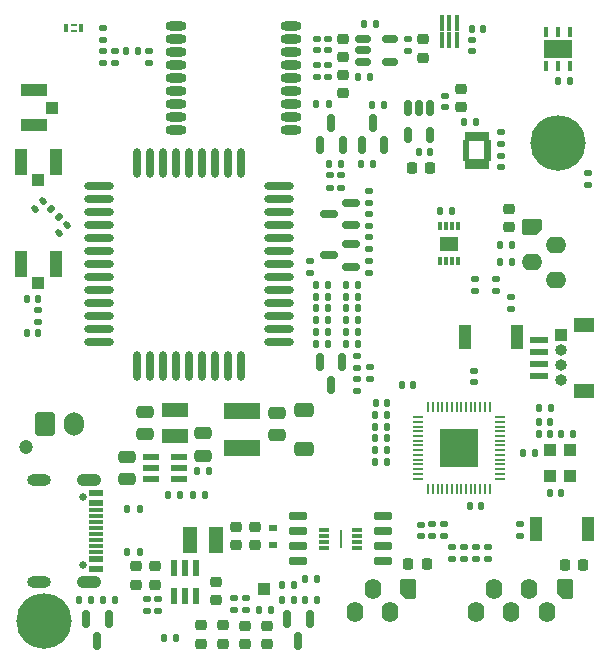
<source format=gbr>
%TF.GenerationSoftware,KiCad,Pcbnew,6.0.11+dfsg-1*%
%TF.CreationDate,2023-11-18T19:22:11+05:30*%
%TF.ProjectId,c3rl-at-cr-beta-2,6333726c-2d61-4742-9d63-722d62657461,rev?*%
%TF.SameCoordinates,Original*%
%TF.FileFunction,Soldermask,Top*%
%TF.FilePolarity,Negative*%
%FSLAX46Y46*%
G04 Gerber Fmt 4.6, Leading zero omitted, Abs format (unit mm)*
G04 Created by KiCad (PCBNEW 6.0.11+dfsg-1) date 2023-11-18 19:22:11*
%MOMM*%
%LPD*%
G01*
G04 APERTURE LIST*
G04 Aperture macros list*
%AMRoundRect*
0 Rectangle with rounded corners*
0 $1 Rounding radius*
0 $2 $3 $4 $5 $6 $7 $8 $9 X,Y pos of 4 corners*
0 Add a 4 corners polygon primitive as box body*
4,1,4,$2,$3,$4,$5,$6,$7,$8,$9,$2,$3,0*
0 Add four circle primitives for the rounded corners*
1,1,$1+$1,$2,$3*
1,1,$1+$1,$4,$5*
1,1,$1+$1,$6,$7*
1,1,$1+$1,$8,$9*
0 Add four rect primitives between the rounded corners*
20,1,$1+$1,$2,$3,$4,$5,0*
20,1,$1+$1,$4,$5,$6,$7,0*
20,1,$1+$1,$6,$7,$8,$9,0*
20,1,$1+$1,$8,$9,$2,$3,0*%
%AMFreePoly0*
4,1,22,0.145671,0.855970,0.226777,0.801777,0.626777,0.401777,0.680970,0.320671,0.700000,0.225000,0.700000,-0.625000,0.680970,-0.720671,0.626777,-0.801777,0.545671,-0.855970,0.450000,-0.875000,-0.450000,-0.875000,-0.545671,-0.855970,-0.626777,-0.801777,-0.680970,-0.720671,-0.700000,-0.625000,-0.700000,0.625000,-0.680970,0.720671,-0.626777,0.801777,-0.545671,0.855970,-0.450000,0.875000,
0.050000,0.875000,0.145671,0.855970,0.145671,0.855970,$1*%
G04 Aperture macros list end*
%ADD10C,0.010000*%
%ADD11RoundRect,0.135000X-0.185000X0.135000X-0.185000X-0.135000X0.185000X-0.135000X0.185000X0.135000X0*%
%ADD12R,0.406400X0.812800*%
%ADD13R,2.489200X1.600200*%
%ADD14RoundRect,0.140000X-0.170000X0.140000X-0.170000X-0.140000X0.170000X-0.140000X0.170000X0.140000X0*%
%ADD15RoundRect,0.135000X0.135000X0.185000X-0.135000X0.185000X-0.135000X-0.185000X0.135000X-0.185000X0*%
%ADD16R,1.000000X2.000000*%
%ADD17RoundRect,0.150000X0.587500X0.150000X-0.587500X0.150000X-0.587500X-0.150000X0.587500X-0.150000X0*%
%ADD18RoundRect,0.135000X-0.135000X-0.185000X0.135000X-0.185000X0.135000X0.185000X-0.135000X0.185000X0*%
%ADD19RoundRect,0.225000X0.225000X0.250000X-0.225000X0.250000X-0.225000X-0.250000X0.225000X-0.250000X0*%
%ADD20FreePoly0,270.000000*%
%ADD21O,1.750000X1.400000*%
%ADD22RoundRect,0.225000X0.250000X-0.225000X0.250000X0.225000X-0.250000X0.225000X-0.250000X-0.225000X0*%
%ADD23RoundRect,0.150000X-0.512500X-0.150000X0.512500X-0.150000X0.512500X0.150000X-0.512500X0.150000X0*%
%ADD24RoundRect,0.140000X0.170000X-0.140000X0.170000X0.140000X-0.170000X0.140000X-0.170000X-0.140000X0*%
%ADD25RoundRect,0.140000X-0.140000X-0.170000X0.140000X-0.170000X0.140000X0.170000X-0.140000X0.170000X0*%
%ADD26RoundRect,0.218750X0.256250X-0.218750X0.256250X0.218750X-0.256250X0.218750X-0.256250X-0.218750X0*%
%ADD27RoundRect,0.225000X-0.225000X-0.250000X0.225000X-0.250000X0.225000X0.250000X-0.225000X0.250000X0*%
%ADD28RoundRect,0.140000X0.140000X0.170000X-0.140000X0.170000X-0.140000X-0.170000X0.140000X-0.170000X0*%
%ADD29R,0.700000X0.600000*%
%ADD30R,3.020000X1.340000*%
%ADD31RoundRect,0.150000X-0.150000X0.587500X-0.150000X-0.587500X0.150000X-0.587500X0.150000X0.587500X0*%
%ADD32RoundRect,0.025600X0.134400X-0.594400X0.134400X0.594400X-0.134400X0.594400X-0.134400X-0.594400X0*%
%ADD33R,2.200000X1.200000*%
%ADD34RoundRect,0.135000X0.185000X-0.135000X0.185000X0.135000X-0.185000X0.135000X-0.185000X-0.135000X0*%
%ADD35C,4.700000*%
%ADD36FreePoly0,180.000000*%
%ADD37O,1.400000X1.750000*%
%ADD38R,1.100000X2.250000*%
%ADD39R,1.050000X1.100000*%
%ADD40RoundRect,0.147500X-0.172500X0.147500X-0.172500X-0.147500X0.172500X-0.147500X0.172500X0.147500X0*%
%ADD41R,0.350000X0.800000*%
%ADD42R,0.600000X0.260000*%
%ADD43C,0.650000*%
%ADD44R,1.150000X0.600000*%
%ADD45R,1.150000X0.300000*%
%ADD46O,2.100000X1.050000*%
%ADD47O,2.000000X1.000000*%
%ADD48RoundRect,0.250000X-0.475000X0.250000X-0.475000X-0.250000X0.475000X-0.250000X0.475000X0.250000X0*%
%ADD49RoundRect,0.140000X0.021213X-0.219203X0.219203X-0.021213X-0.021213X0.219203X-0.219203X0.021213X0*%
%ADD50R,0.200000X0.850000*%
%ADD51R,0.850000X0.200000*%
%ADD52R,3.200000X3.200000*%
%ADD53RoundRect,0.228000X-0.587000X0.342000X-0.587000X-0.342000X0.587000X-0.342000X0.587000X0.342000X0*%
%ADD54RoundRect,0.150000X0.650000X0.150000X-0.650000X0.150000X-0.650000X-0.150000X0.650000X-0.150000X0*%
%ADD55R,1.000000X1.000000*%
%ADD56R,0.980000X1.100000*%
%ADD57O,1.800000X0.800000*%
%ADD58RoundRect,0.225000X-0.250000X0.225000X-0.250000X-0.225000X0.250000X-0.225000X0.250000X0.225000X0*%
%ADD59R,0.300000X0.750000*%
%ADD60R,1.500000X1.300000*%
%ADD61R,0.900000X0.300000*%
%ADD62R,0.250000X1.650000*%
%ADD63RoundRect,0.147500X0.147500X0.172500X-0.147500X0.172500X-0.147500X-0.172500X0.147500X-0.172500X0*%
%ADD64RoundRect,0.147500X-0.226274X-0.017678X-0.017678X-0.226274X0.226274X0.017678X0.017678X0.226274X0*%
%ADD65RoundRect,0.150000X0.150000X-0.587500X0.150000X0.587500X-0.150000X0.587500X-0.150000X-0.587500X0*%
%ADD66O,2.500000X0.700000*%
%ADD67O,0.700000X2.500000*%
%ADD68R,2.250000X1.100000*%
%ADD69R,1.100000X1.050000*%
%ADD70R,0.590000X1.340000*%
%ADD71O,1.000000X1.000000*%
%ADD72R,1.340000X0.590000*%
%ADD73R,1.200000X2.200000*%
%ADD74R,1.550000X0.600000*%
%ADD75R,1.800000X1.200000*%
%ADD76C,1.200000*%
%ADD77RoundRect,0.250000X-0.600000X-0.750000X0.600000X-0.750000X0.600000X0.750000X-0.600000X0.750000X0*%
%ADD78O,1.700000X2.000000*%
%ADD79RoundRect,0.150000X-0.150000X0.512500X-0.150000X-0.512500X0.150000X-0.512500X0.150000X0.512500X0*%
G04 APERTURE END LIST*
%TO.C,U3*%
G36*
X90775000Y-84762500D02*
G01*
X90325000Y-84762500D01*
X90325000Y-84052500D01*
X90775000Y-84052500D01*
X90775000Y-84762500D01*
G37*
D10*
X90775000Y-84762500D02*
X90325000Y-84762500D01*
X90325000Y-84052500D01*
X90775000Y-84052500D01*
X90775000Y-84762500D01*
G36*
X91940000Y-86422500D02*
G01*
X91490000Y-86422500D01*
X91490000Y-85712500D01*
X91940000Y-85712500D01*
X91940000Y-86422500D01*
G37*
X91940000Y-86422500D02*
X91490000Y-86422500D01*
X91490000Y-85712500D01*
X91940000Y-85712500D01*
X91940000Y-86422500D01*
G36*
X90110000Y-86422500D02*
G01*
X89660000Y-86422500D01*
X89660000Y-85712500D01*
X90110000Y-85712500D01*
X90110000Y-86422500D01*
G37*
X90110000Y-86422500D02*
X89660000Y-86422500D01*
X89660000Y-85712500D01*
X90110000Y-85712500D01*
X90110000Y-86422500D01*
G36*
X90110000Y-85422500D02*
G01*
X89660000Y-85422500D01*
X89660000Y-84712500D01*
X90110000Y-84712500D01*
X90110000Y-85422500D01*
G37*
X90110000Y-85422500D02*
X89660000Y-85422500D01*
X89660000Y-84712500D01*
X90110000Y-84712500D01*
X90110000Y-85422500D01*
G36*
X91940000Y-85422500D02*
G01*
X91490000Y-85422500D01*
X91490000Y-84712500D01*
X91940000Y-84712500D01*
X91940000Y-85422500D01*
G37*
X91940000Y-85422500D02*
X91490000Y-85422500D01*
X91490000Y-84712500D01*
X91940000Y-84712500D01*
X91940000Y-85422500D01*
G36*
X91275000Y-87082500D02*
G01*
X90825000Y-87082500D01*
X90825000Y-86372500D01*
X91275000Y-86372500D01*
X91275000Y-87082500D01*
G37*
X91275000Y-87082500D02*
X90825000Y-87082500D01*
X90825000Y-86372500D01*
X91275000Y-86372500D01*
X91275000Y-87082500D01*
G36*
X90110000Y-85922500D02*
G01*
X89660000Y-85922500D01*
X89660000Y-85212500D01*
X90110000Y-85212500D01*
X90110000Y-85922500D01*
G37*
X90110000Y-85922500D02*
X89660000Y-85922500D01*
X89660000Y-85212500D01*
X90110000Y-85212500D01*
X90110000Y-85922500D01*
G36*
X90775000Y-87082500D02*
G01*
X90325000Y-87082500D01*
X90325000Y-86372500D01*
X90775000Y-86372500D01*
X90775000Y-87082500D01*
G37*
X90775000Y-87082500D02*
X90325000Y-87082500D01*
X90325000Y-86372500D01*
X90775000Y-86372500D01*
X90775000Y-87082500D01*
G36*
X91775000Y-87082500D02*
G01*
X91325000Y-87082500D01*
X91325000Y-86372500D01*
X91775000Y-86372500D01*
X91775000Y-87082500D01*
G37*
X91775000Y-87082500D02*
X91325000Y-87082500D01*
X91325000Y-86372500D01*
X91775000Y-86372500D01*
X91775000Y-87082500D01*
G36*
X91275000Y-84762500D02*
G01*
X90825000Y-84762500D01*
X90825000Y-84052500D01*
X91275000Y-84052500D01*
X91275000Y-84762500D01*
G37*
X91275000Y-84762500D02*
X90825000Y-84762500D01*
X90825000Y-84052500D01*
X91275000Y-84052500D01*
X91275000Y-84762500D01*
G36*
X91775000Y-84762500D02*
G01*
X91325000Y-84762500D01*
X91325000Y-84052500D01*
X91775000Y-84052500D01*
X91775000Y-84762500D01*
G37*
X91775000Y-84762500D02*
X91325000Y-84762500D01*
X91325000Y-84052500D01*
X91775000Y-84052500D01*
X91775000Y-84762500D01*
G36*
X90275000Y-84762500D02*
G01*
X89825000Y-84762500D01*
X89825000Y-84052500D01*
X90275000Y-84052500D01*
X90275000Y-84762500D01*
G37*
X90275000Y-84762500D02*
X89825000Y-84762500D01*
X89825000Y-84052500D01*
X90275000Y-84052500D01*
X90275000Y-84762500D01*
G36*
X90275000Y-87082500D02*
G01*
X89825000Y-87082500D01*
X89825000Y-86372500D01*
X90275000Y-86372500D01*
X90275000Y-87082500D01*
G37*
X90275000Y-87082500D02*
X89825000Y-87082500D01*
X89825000Y-86372500D01*
X90275000Y-86372500D01*
X90275000Y-87082500D01*
G36*
X91940000Y-85922500D02*
G01*
X91490000Y-85922500D01*
X91490000Y-85212500D01*
X91940000Y-85212500D01*
X91940000Y-85922500D01*
G37*
X91940000Y-85922500D02*
X91490000Y-85922500D01*
X91490000Y-85212500D01*
X91940000Y-85212500D01*
X91940000Y-85922500D01*
%TD*%
D11*
%TO.C,R1*%
X94500000Y-117240000D03*
X94500000Y-118260000D03*
%TD*%
D12*
%TO.C,U2*%
X96749999Y-78447800D03*
X97750000Y-78447800D03*
X98750001Y-78447800D03*
X98750001Y-75552200D03*
X97750000Y-75552200D03*
X96749999Y-75552200D03*
D13*
X97750000Y-77000000D03*
%TD*%
D14*
%TO.C,C16*%
X86100000Y-117320000D03*
X86100000Y-118280000D03*
%TD*%
D15*
%TO.C,R30*%
X67820000Y-114800000D03*
X66800000Y-114800000D03*
%TD*%
%TO.C,R27*%
X80810000Y-99000497D03*
X79790000Y-99000497D03*
%TD*%
D16*
%TO.C,SW2*%
X94300000Y-101400000D03*
X89900000Y-101400000D03*
%TD*%
D17*
%TO.C,Q11*%
X80187500Y-91950000D03*
X80187500Y-90050000D03*
X78312500Y-91000000D03*
%TD*%
D15*
%TO.C,R45*%
X93820000Y-93600000D03*
X92800000Y-93600000D03*
%TD*%
D18*
%TO.C,R61*%
X78365000Y-86750000D03*
X79385000Y-86750000D03*
%TD*%
D19*
%TO.C,C42*%
X86625000Y-120650000D03*
X85075000Y-120650000D03*
%TD*%
D20*
%TO.C,J5*%
X95550000Y-92100000D03*
D21*
X97550000Y-93600000D03*
X95550000Y-95100000D03*
X97550000Y-96600000D03*
%TD*%
D15*
%TO.C,R25*%
X80820000Y-100000497D03*
X79800000Y-100000497D03*
%TD*%
D22*
%TO.C,C21*%
X62000000Y-122375000D03*
X62000000Y-120825000D03*
%TD*%
D18*
%TO.C,R48*%
X64380000Y-126900000D03*
X65400000Y-126900000D03*
%TD*%
D23*
%TO.C,U9*%
X81262500Y-76200000D03*
X81262500Y-77150000D03*
X81262500Y-78100000D03*
X83537500Y-78100000D03*
X83537500Y-76200000D03*
%TD*%
D24*
%TO.C,C46*%
X78300000Y-77130000D03*
X78300000Y-76170000D03*
%TD*%
D18*
%TO.C,R17*%
X67140000Y-112800000D03*
X68160000Y-112800000D03*
%TD*%
D25*
%TO.C,C20*%
X96100000Y-109600000D03*
X97060000Y-109600000D03*
%TD*%
D26*
%TO.C,D3*%
X67500000Y-127387500D03*
X67500000Y-125812500D03*
%TD*%
D24*
%TO.C,C27*%
X60200000Y-78180000D03*
X60200000Y-77220000D03*
%TD*%
D11*
%TO.C,R72*%
X81800000Y-103990000D03*
X81800000Y-105010000D03*
%TD*%
D24*
%TO.C,C2*%
X90450000Y-77235000D03*
X90450000Y-76275000D03*
%TD*%
D27*
%TO.C,C48*%
X85350000Y-87072500D03*
X86900000Y-87072500D03*
%TD*%
D11*
%TO.C,R15*%
X62900000Y-123590000D03*
X62900000Y-124610000D03*
%TD*%
%TO.C,R52*%
X70300000Y-123490000D03*
X70300000Y-124510000D03*
%TD*%
D28*
%TO.C,C25*%
X53752350Y-101095000D03*
X52792350Y-101095000D03*
%TD*%
D15*
%TO.C,R47*%
X73410000Y-124500000D03*
X72390000Y-124500000D03*
%TD*%
%TO.C,R42*%
X58210000Y-123700000D03*
X57190000Y-123700000D03*
%TD*%
D29*
%TO.C,D5*%
X73600000Y-119000000D03*
X73600000Y-117600000D03*
%TD*%
D30*
%TO.C,C24*%
X71000000Y-107710000D03*
X71000000Y-110790000D03*
%TD*%
D31*
%TO.C,Q4*%
X76700000Y-125312500D03*
X74800000Y-125312500D03*
X75750000Y-127187500D03*
%TD*%
D25*
%TO.C,C17*%
X90270000Y-115750000D03*
X91230000Y-115750000D03*
%TD*%
D15*
%TO.C,R32*%
X80810000Y-97000000D03*
X79790000Y-97000000D03*
%TD*%
D32*
%TO.C,U1*%
X87900000Y-76300000D03*
X88550000Y-76300000D03*
X89200000Y-76300000D03*
X89200000Y-74810000D03*
X88550000Y-74810000D03*
X87900000Y-74810000D03*
%TD*%
D28*
%TO.C,C14*%
X83230000Y-111000000D03*
X82270000Y-111000000D03*
%TD*%
D11*
%TO.C,R51*%
X81750000Y-91035000D03*
X81750000Y-92055000D03*
%TD*%
D33*
%TO.C,L1*%
X65300000Y-109800000D03*
X65300000Y-107600000D03*
%TD*%
D15*
%TO.C,R69*%
X80835000Y-101000000D03*
X79815000Y-101000000D03*
%TD*%
D34*
%TO.C,R49*%
X59190000Y-76270000D03*
X59190000Y-75250000D03*
%TD*%
D11*
%TO.C,R50*%
X71300000Y-123490000D03*
X71300000Y-124510000D03*
%TD*%
D24*
%TO.C,C52*%
X77300000Y-79380000D03*
X77300000Y-78420000D03*
%TD*%
D35*
%TO.C,REF\u002A\u002A*%
X54250000Y-125500000D03*
%TD*%
D34*
%TO.C,R73*%
X81750000Y-90055000D03*
X81750000Y-89035000D03*
%TD*%
D31*
%TO.C,Q5*%
X59700000Y-125312500D03*
X57800000Y-125312500D03*
X58750000Y-127187500D03*
%TD*%
%TO.C,Q1*%
X79450000Y-103562500D03*
X77550000Y-103562500D03*
X78500000Y-105437500D03*
%TD*%
D15*
%TO.C,R36*%
X80815000Y-97995994D03*
X79795000Y-97995994D03*
%TD*%
D18*
%TO.C,R65*%
X77290000Y-81700000D03*
X78310000Y-81700000D03*
%TD*%
D28*
%TO.C,C47*%
X86900000Y-85772500D03*
X85940000Y-85772500D03*
%TD*%
D36*
%TO.C,J10*%
X85050000Y-122725000D03*
D37*
X83550000Y-124725000D03*
X82050000Y-122725000D03*
X80550000Y-124725000D03*
%TD*%
D34*
%TO.C,R34*%
X90750000Y-97510000D03*
X90750000Y-96490000D03*
%TD*%
D38*
%TO.C,J2*%
X52275000Y-95250000D03*
X55225000Y-95250000D03*
D39*
X53750000Y-96800000D03*
%TD*%
D15*
%TO.C,R33*%
X78250000Y-97000000D03*
X77230000Y-97000000D03*
%TD*%
D11*
%TO.C,R35*%
X59190000Y-77220000D03*
X59190000Y-78240000D03*
%TD*%
D34*
%TO.C,R54*%
X79400000Y-88760000D03*
X79400000Y-87740000D03*
%TD*%
D40*
%TO.C,L2*%
X53752350Y-99150000D03*
X53752350Y-100120000D03*
%TD*%
D35*
%TO.C,REF\u002A\u002A*%
X97750000Y-85000000D03*
%TD*%
D19*
%TO.C,C19*%
X99875000Y-120750000D03*
X98325000Y-120750000D03*
%TD*%
D41*
%TO.C,ANT1*%
X56125000Y-75250000D03*
X57375000Y-75250000D03*
D42*
X56750000Y-75015000D03*
X56750000Y-75485000D03*
%TD*%
D11*
%TO.C,R7*%
X90800000Y-119215000D03*
X90800000Y-120235000D03*
%TD*%
D15*
%TO.C,R70*%
X78260000Y-101000000D03*
X77240000Y-101000000D03*
%TD*%
D28*
%TO.C,C8*%
X83250000Y-107000000D03*
X82290000Y-107000000D03*
%TD*%
D15*
%TO.C,R39*%
X62310000Y-119575000D03*
X61290000Y-119575000D03*
%TD*%
D43*
%TO.C,J1*%
X57515000Y-114947500D03*
X57515000Y-120727500D03*
D44*
X58590000Y-114637500D03*
X58590000Y-115437500D03*
D45*
X58590000Y-116587500D03*
X58590000Y-117587500D03*
X58590000Y-118087500D03*
X58590000Y-119087500D03*
D44*
X58590000Y-121037500D03*
X58590000Y-120237500D03*
D45*
X58590000Y-119587500D03*
X58590000Y-118587500D03*
X58590000Y-117087500D03*
X58590000Y-116087500D03*
D46*
X58015000Y-113517500D03*
D47*
X53835000Y-113517500D03*
X53835000Y-122157500D03*
D46*
X58015000Y-122157500D03*
%TD*%
D34*
%TO.C,R64*%
X100250000Y-88510000D03*
X100250000Y-87490000D03*
%TD*%
D22*
%TO.C,C32*%
X68750000Y-123675000D03*
X68750000Y-122125000D03*
%TD*%
D48*
%TO.C,C23*%
X73950000Y-107850000D03*
X73950000Y-109750000D03*
%TD*%
D18*
%TO.C,R62*%
X81090000Y-86750000D03*
X82110000Y-86750000D03*
%TD*%
D24*
%TO.C,C12*%
X92950000Y-87047500D03*
X92950000Y-86087500D03*
%TD*%
D11*
%TO.C,R6*%
X89800000Y-119215000D03*
X89800000Y-120235000D03*
%TD*%
D25*
%TO.C,C4*%
X96120000Y-108600000D03*
X97080000Y-108600000D03*
%TD*%
D15*
%TO.C,R57*%
X97110000Y-107400000D03*
X96090000Y-107400000D03*
%TD*%
%TO.C,R68*%
X78250000Y-102000000D03*
X77230000Y-102000000D03*
%TD*%
D11*
%TO.C,R16*%
X80750000Y-105000000D03*
X80750000Y-106020000D03*
%TD*%
D34*
%TO.C,R11*%
X80750000Y-104030000D03*
X80750000Y-103010000D03*
%TD*%
D49*
%TO.C,C26*%
X55507071Y-92614716D03*
X56185893Y-91935894D03*
%TD*%
D11*
%TO.C,R60*%
X78400000Y-87740000D03*
X78400000Y-88760000D03*
%TD*%
%TO.C,R20*%
X81750000Y-94980000D03*
X81750000Y-96000000D03*
%TD*%
D18*
%TO.C,R9*%
X82240000Y-110000000D03*
X83260000Y-110000000D03*
%TD*%
D26*
%TO.C,D2*%
X73070000Y-127437500D03*
X73070000Y-125862500D03*
%TD*%
D50*
%TO.C,IC1*%
X86750000Y-114250000D03*
X87150000Y-114250000D03*
X87550000Y-114250000D03*
X87950000Y-114250000D03*
X88350000Y-114250000D03*
X88750000Y-114250000D03*
X89150000Y-114250000D03*
X89550000Y-114250000D03*
X89950000Y-114250000D03*
X90350000Y-114250000D03*
X90750000Y-114250000D03*
X91150000Y-114250000D03*
X91550000Y-114250000D03*
X91950000Y-114250000D03*
D51*
X92800000Y-113400000D03*
X92800000Y-113000000D03*
X92800000Y-112600000D03*
X92800000Y-112200000D03*
X92800000Y-111800000D03*
X92800000Y-111400000D03*
X92800000Y-111000000D03*
X92800000Y-110600000D03*
X92800000Y-110200000D03*
X92800000Y-109800000D03*
X92800000Y-109400000D03*
X92800000Y-109000000D03*
X92800000Y-108600000D03*
X92800000Y-108200000D03*
D50*
X91950000Y-107350000D03*
X91550000Y-107350000D03*
X91150000Y-107350000D03*
X90750000Y-107350000D03*
X90350000Y-107350000D03*
X89950000Y-107350000D03*
X89550000Y-107350000D03*
X89150000Y-107350000D03*
X88750000Y-107350000D03*
X88350000Y-107350000D03*
X87950000Y-107350000D03*
X87550000Y-107350000D03*
X87150000Y-107350000D03*
X86750000Y-107350000D03*
D51*
X85900000Y-108200000D03*
X85900000Y-108600000D03*
X85900000Y-109000000D03*
X85900000Y-109400000D03*
X85900000Y-109800000D03*
X85900000Y-110200000D03*
X85900000Y-110600000D03*
X85900000Y-111000000D03*
X85900000Y-111400000D03*
X85900000Y-111800000D03*
X85900000Y-112200000D03*
X85900000Y-112600000D03*
X85900000Y-113000000D03*
X85900000Y-113400000D03*
D52*
X89350000Y-110800000D03*
%TD*%
D22*
%TO.C,C38*%
X70500000Y-119025000D03*
X70500000Y-117475000D03*
%TD*%
D18*
%TO.C,R29*%
X61290000Y-116000000D03*
X62310000Y-116000000D03*
%TD*%
D34*
%TO.C,R21*%
X81750000Y-94000000D03*
X81750000Y-92980000D03*
%TD*%
D17*
%TO.C,Q2*%
X80187500Y-95450000D03*
X80187500Y-93550000D03*
X78312500Y-94500000D03*
%TD*%
D15*
%TO.C,R13*%
X75380000Y-122450000D03*
X74360000Y-122450000D03*
%TD*%
%TO.C,R28*%
X78260000Y-99000497D03*
X77240000Y-99000497D03*
%TD*%
D24*
%TO.C,C9*%
X92950000Y-85042500D03*
X92950000Y-84082500D03*
%TD*%
D15*
%TO.C,R26*%
X78260000Y-100000497D03*
X77240000Y-100000497D03*
%TD*%
D53*
%TO.C,D1*%
X76250000Y-110890000D03*
X76250000Y-107610000D03*
%TD*%
D15*
%TO.C,R63*%
X98760000Y-79750000D03*
X97740000Y-79750000D03*
%TD*%
D26*
%TO.C,D4*%
X71220000Y-127437500D03*
X71220000Y-125862500D03*
%TD*%
D54*
%TO.C,U7*%
X82950000Y-120405000D03*
X82950000Y-119135000D03*
X82950000Y-117865000D03*
X82950000Y-116595000D03*
X75750000Y-116595000D03*
X75750000Y-117865000D03*
X75750000Y-119135000D03*
X75750000Y-120405000D03*
%TD*%
D11*
%TO.C,R4*%
X88100000Y-117240000D03*
X88100000Y-118260000D03*
%TD*%
D18*
%TO.C,R12*%
X89780000Y-83200000D03*
X90800000Y-83200000D03*
%TD*%
D55*
%TO.C,TP1*%
X72850000Y-122750000D03*
%TD*%
D48*
%TO.C,C7*%
X61250000Y-111550000D03*
X61250000Y-113450000D03*
%TD*%
D26*
%TO.C,D6*%
X69340000Y-127400000D03*
X69340000Y-125825000D03*
%TD*%
D15*
%TO.C,R41*%
X75360000Y-123700000D03*
X74340000Y-123700000D03*
%TD*%
%TO.C,R37*%
X78255000Y-97995994D03*
X77235000Y-97995994D03*
%TD*%
D18*
%TO.C,R19*%
X81290000Y-74900000D03*
X82310000Y-74900000D03*
%TD*%
D56*
%TO.C,Y1*%
X97050000Y-111000000D03*
X97050000Y-113200000D03*
X98750000Y-113200000D03*
X98750000Y-111000000D03*
%TD*%
D24*
%TO.C,C45*%
X77300000Y-77130000D03*
X77300000Y-76170000D03*
%TD*%
D15*
%TO.C,R31*%
X65760000Y-114800000D03*
X64740000Y-114800000D03*
%TD*%
%TO.C,R66*%
X83010000Y-81750000D03*
X81990000Y-81750000D03*
%TD*%
D11*
%TO.C,R5*%
X88800000Y-119215000D03*
X88800000Y-120235000D03*
%TD*%
D57*
%TO.C,U10*%
X75100000Y-83900000D03*
X75100000Y-82800000D03*
X75100000Y-81700000D03*
X75100000Y-80600000D03*
X75100000Y-79500000D03*
X75100000Y-78400000D03*
X75100000Y-77300000D03*
X75100000Y-76200000D03*
X75100000Y-75100000D03*
X65400000Y-75100000D03*
X65400000Y-76200000D03*
X65400000Y-77300000D03*
X65400000Y-78400000D03*
X65400000Y-79500000D03*
X65400000Y-80600000D03*
X65400000Y-81700000D03*
X65400000Y-82800000D03*
X65400000Y-83900000D03*
%TD*%
D38*
%TO.C,J3*%
X52275000Y-86600000D03*
X55225000Y-86600000D03*
D39*
X53750000Y-88150000D03*
%TD*%
D11*
%TO.C,R3*%
X87100000Y-117240000D03*
X87100000Y-118260000D03*
%TD*%
D14*
%TO.C,C49*%
X88200000Y-81020000D03*
X88200000Y-81980000D03*
%TD*%
D22*
%TO.C,C34*%
X72100000Y-119025000D03*
X72100000Y-117475000D03*
%TD*%
D15*
%TO.C,R44*%
X60210000Y-123700000D03*
X59190000Y-123700000D03*
%TD*%
%TO.C,R67*%
X80825000Y-102000000D03*
X79805000Y-102000000D03*
%TD*%
D11*
%TO.C,R24*%
X76750000Y-94990000D03*
X76750000Y-96010000D03*
%TD*%
D24*
%TO.C,C53*%
X78300000Y-79380000D03*
X78300000Y-78420000D03*
%TD*%
D28*
%TO.C,C5*%
X83245000Y-108000000D03*
X82285000Y-108000000D03*
%TD*%
D58*
%TO.C,C28*%
X79550000Y-76175000D03*
X79550000Y-77725000D03*
%TD*%
D59*
%TO.C,U8*%
X87750000Y-94950000D03*
X88250000Y-94950000D03*
X88750000Y-94950000D03*
X89250000Y-94950000D03*
X89250000Y-92050000D03*
X88750000Y-92050000D03*
X88250000Y-92050000D03*
X87750000Y-92050000D03*
D60*
X88500000Y-93500000D03*
%TD*%
D61*
%TO.C,IC2*%
X80750000Y-119250000D03*
X80750000Y-118750000D03*
X80750000Y-118250000D03*
X80750000Y-117750000D03*
X77950000Y-117750000D03*
X77950000Y-118250000D03*
X77950000Y-118750000D03*
X77950000Y-119250000D03*
D62*
X79350000Y-118500000D03*
%TD*%
D22*
%TO.C,C18*%
X63600000Y-122375000D03*
X63600000Y-120825000D03*
%TD*%
D34*
%TO.C,R38*%
X92500000Y-97510000D03*
X92500000Y-96490000D03*
%TD*%
D63*
%TO.C,L4*%
X62160000Y-77220000D03*
X61190000Y-77220000D03*
%TD*%
D64*
%TO.C,L3*%
X54814106Y-90564106D03*
X55500000Y-91250000D03*
%TD*%
D15*
%TO.C,R43*%
X77310000Y-123700000D03*
X76290000Y-123700000D03*
%TD*%
D65*
%TO.C,Q7*%
X77600000Y-85187500D03*
X79500000Y-85187500D03*
X78550000Y-83312500D03*
%TD*%
D15*
%TO.C,R18*%
X95760000Y-111250000D03*
X94740000Y-111250000D03*
%TD*%
D24*
%TO.C,C31*%
X63150000Y-78180000D03*
X63150000Y-77220000D03*
%TD*%
D34*
%TO.C,R14*%
X63900000Y-124610000D03*
X63900000Y-123590000D03*
%TD*%
D28*
%TO.C,C6*%
X98980000Y-109600000D03*
X98020000Y-109600000D03*
%TD*%
D36*
%TO.C,J9*%
X98300000Y-122725000D03*
D37*
X96800000Y-124725000D03*
X95300000Y-122725000D03*
X93800000Y-124725000D03*
X92300000Y-122725000D03*
X90800000Y-124725000D03*
%TD*%
D24*
%TO.C,C10*%
X90600000Y-105250000D03*
X90600000Y-104290000D03*
%TD*%
D48*
%TO.C,C15*%
X67700000Y-109550000D03*
X67700000Y-111450000D03*
%TD*%
D58*
%TO.C,C33*%
X93550000Y-90550000D03*
X93550000Y-92100000D03*
%TD*%
D15*
%TO.C,R22*%
X81810000Y-79400000D03*
X80790000Y-79400000D03*
%TD*%
D66*
%TO.C,U5*%
X74150000Y-101850000D03*
X74150000Y-100750000D03*
X74150000Y-99650000D03*
X74150000Y-98550000D03*
X74150000Y-97450000D03*
X74150000Y-96350000D03*
X74150000Y-95250000D03*
X74150000Y-94150000D03*
X74150000Y-93050000D03*
X74150000Y-91950000D03*
X74150000Y-90850000D03*
X74150000Y-89750000D03*
X74150000Y-88650000D03*
D67*
X70900000Y-86650000D03*
X69800000Y-86650000D03*
X68700000Y-86650000D03*
X67600000Y-86650000D03*
X66500000Y-86650000D03*
X65400000Y-86650000D03*
X64300000Y-86650000D03*
X63200000Y-86650000D03*
X62100000Y-86650000D03*
D66*
X58850000Y-88650000D03*
X58850000Y-89750000D03*
X58850000Y-90850000D03*
X58850000Y-91950000D03*
X58850000Y-93050000D03*
X58850000Y-94150000D03*
X58850000Y-95250000D03*
X58850000Y-96350000D03*
X58850000Y-97450000D03*
X58850000Y-98550000D03*
X58850000Y-99650000D03*
X58850000Y-100750000D03*
X58850000Y-101850000D03*
D67*
X62100000Y-103850000D03*
X63200000Y-103850000D03*
X64300000Y-103850000D03*
X65400000Y-103850000D03*
X66500000Y-103850000D03*
X67600000Y-103850000D03*
X68700000Y-103850000D03*
X69800000Y-103850000D03*
X70900000Y-103850000D03*
%TD*%
D18*
%TO.C,R10*%
X82240000Y-109000000D03*
X83260000Y-109000000D03*
%TD*%
D15*
%TO.C,R71*%
X77310000Y-121900000D03*
X76290000Y-121900000D03*
%TD*%
D34*
%TO.C,R2*%
X93800000Y-99010000D03*
X93800000Y-97990000D03*
%TD*%
D28*
%TO.C,C3*%
X83230000Y-112000000D03*
X82270000Y-112000000D03*
%TD*%
D68*
%TO.C,J4*%
X53350000Y-83475000D03*
X53350000Y-80525000D03*
D69*
X54900000Y-82000000D03*
%TD*%
D28*
%TO.C,C13*%
X85500000Y-105500000D03*
X84540000Y-105500000D03*
%TD*%
D70*
%TO.C,U6*%
X67130000Y-120980000D03*
X66180000Y-120980000D03*
X65230000Y-120980000D03*
X65230000Y-123360000D03*
X66180000Y-123360000D03*
X67130000Y-123360000D03*
%TD*%
D55*
%TO.C,J11*%
X98000000Y-101250000D03*
D71*
X98000000Y-102520000D03*
X98000000Y-103790000D03*
X98000000Y-105060000D03*
%TD*%
D48*
%TO.C,C22*%
X62800000Y-107750000D03*
X62800000Y-109650000D03*
%TD*%
D14*
%TO.C,C43*%
X85000000Y-76220000D03*
X85000000Y-77180000D03*
%TD*%
D72*
%TO.C,U4*%
X63310000Y-111550000D03*
X63310000Y-112500000D03*
X63310000Y-113450000D03*
X65690000Y-113450000D03*
X65690000Y-112500000D03*
X65690000Y-111550000D03*
%TD*%
D22*
%TO.C,C44*%
X86300000Y-77775000D03*
X86300000Y-76225000D03*
%TD*%
D25*
%TO.C,C1*%
X90420000Y-75300000D03*
X91380000Y-75300000D03*
%TD*%
%TO.C,C29*%
X52790000Y-98175000D03*
X53750000Y-98175000D03*
%TD*%
D15*
%TO.C,R46*%
X93810000Y-95100000D03*
X92790000Y-95100000D03*
%TD*%
D25*
%TO.C,C11*%
X97040000Y-114600000D03*
X98000000Y-114600000D03*
%TD*%
D49*
%TO.C,C30*%
X53449390Y-90557035D03*
X54128212Y-89878213D03*
%TD*%
D73*
%TO.C,L5*%
X66600000Y-118600000D03*
X68800000Y-118600000D03*
%TD*%
D74*
%TO.C,J8*%
X96100000Y-104700000D03*
X96100000Y-103700000D03*
X96100000Y-102700000D03*
X96100000Y-101700000D03*
D75*
X99975000Y-106000000D03*
X99975000Y-100400000D03*
%TD*%
D16*
%TO.C,SW1*%
X95850000Y-117700000D03*
X100250000Y-117700000D03*
%TD*%
D76*
%TO.C,J12*%
X52700000Y-110750000D03*
D77*
X54300000Y-108750000D03*
D78*
X56800000Y-108750000D03*
%TD*%
D79*
%TO.C,U11*%
X86900000Y-82025000D03*
X85950000Y-82025000D03*
X85000000Y-82025000D03*
X85000000Y-84300000D03*
X86900000Y-84300000D03*
%TD*%
D11*
%TO.C,R8*%
X91800000Y-119215000D03*
X91800000Y-120235000D03*
%TD*%
D28*
%TO.C,C35*%
X88730000Y-90750000D03*
X87770000Y-90750000D03*
%TD*%
D22*
%TO.C,C50*%
X89500000Y-81975000D03*
X89500000Y-80425000D03*
%TD*%
D65*
%TO.C,Q8*%
X81110000Y-85187500D03*
X83010000Y-85187500D03*
X82060000Y-83312500D03*
%TD*%
D58*
%TO.C,C51*%
X79550000Y-79225000D03*
X79550000Y-80775000D03*
%TD*%
M02*

</source>
